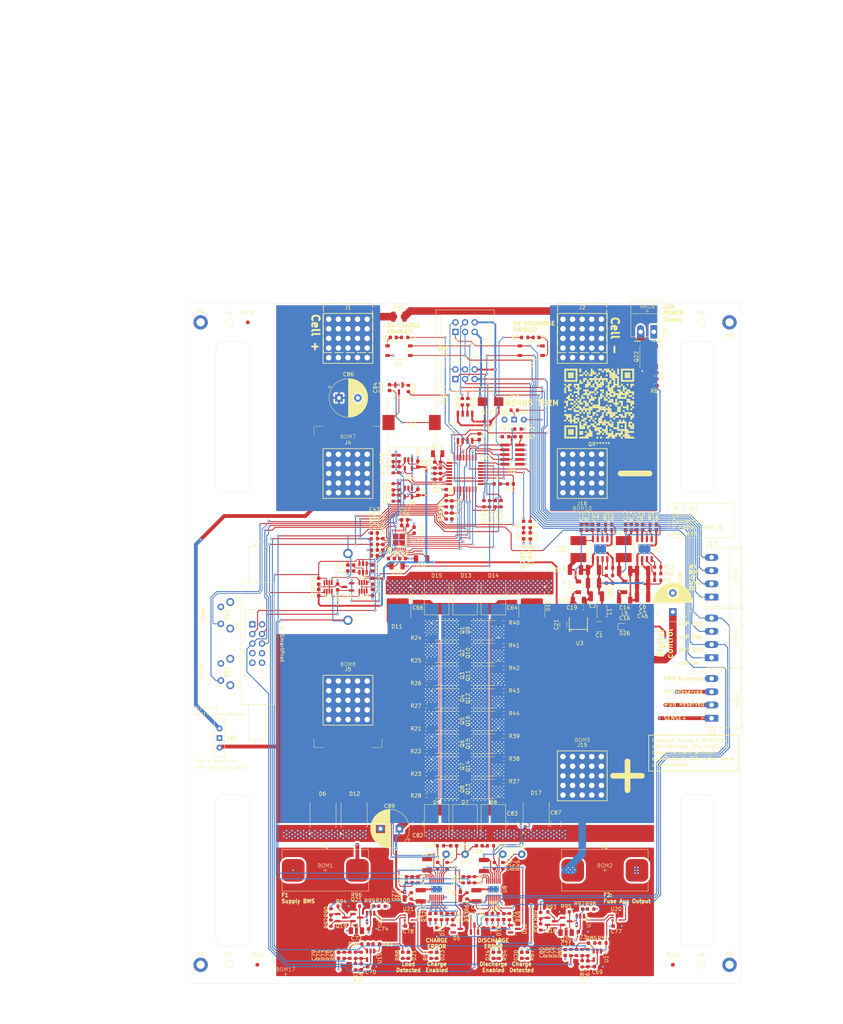
<source format=kicad_pcb>
(kicad_pcb
	(version 20241229)
	(generator "pcbnew")
	(generator_version "9.0")
	(general
		(thickness 1.74)
		(legacy_teardrops no)
	)
	(paper "A3" portrait)
	(layers
		(0 "F.Cu" signal)
		(4 "In1.Cu" signal)
		(6 "In2.Cu" signal)
		(8 "In3.Cu" signal)
		(10 "In4.Cu" signal)
		(2 "B.Cu" signal)
		(9 "F.Adhes" user "F.Adhesive")
		(11 "B.Adhes" user "B.Adhesive")
		(13 "F.Paste" user)
		(15 "B.Paste" user)
		(5 "F.SilkS" user "F.Silkscreen")
		(7 "B.SilkS" user "B.Silkscreen")
		(1 "F.Mask" user)
		(3 "B.Mask" user)
		(17 "Dwgs.User" user "User.Drawings")
		(19 "Cmts.User" user "User.Comments")
		(21 "Eco1.User" user "User.Eco1")
		(23 "Eco2.User" user "User.Eco2")
		(25 "Edge.Cuts" user)
		(27 "Margin" user)
		(31 "F.CrtYd" user "F.Courtyard")
		(29 "B.CrtYd" user "B.Courtyard")
		(35 "F.Fab" user)
		(33 "B.Fab" user)
		(39 "User.1" user)
		(41 "User.2" user "User.2 -Bemaßung")
		(43 "User.3" user "User.3 - Heatsink")
		(45 "User.4" user)
		(47 "User.5" user)
		(49 "User.6" user)
		(51 "User.7" user)
		(53 "User.8" user)
		(55 "User.9" user)
	)
	(setup
		(stackup
			(layer "F.SilkS"
				(type "Top Silk Screen")
			)
			(layer "F.Paste"
				(type "Top Solder Paste")
			)
			(layer "F.Mask"
				(type "Top Solder Mask")
				(color "Red")
				(thickness 0.01)
			)
			(layer "F.Cu"
				(type "copper")
				(thickness 0.07)
			)
			(layer "dielectric 1"
				(type "prepreg")
				(thickness 0.1)
				(material "FR4")
				(epsilon_r 4.5)
				(loss_tangent 0.02)
			)
			(layer "In1.Cu"
				(type "copper")
				(thickness 0.07)
			)
			(layer "dielectric 2"
				(type "core")
				(thickness 0.535)
				(material "FR4")
				(epsilon_r 4.5)
				(loss_tangent 0.02)
			)
			(layer "In2.Cu"
				(type "copper")
				(thickness 0.07)
			)
			(layer "dielectric 3"
				(type "prepreg")
				(thickness 0.1)
				(material "FR4")
				(epsilon_r 4.5)
				(loss_tangent 0.02)
			)
			(layer "In3.Cu"
				(type "copper")
				(thickness 0.035)
			)
			(layer "dielectric 4"
				(type "core")
				(thickness 0.535)
				(material "FR4")
				(epsilon_r 4.5)
				(loss_tangent 0.02)
			)
			(layer "In4.Cu"
				(type "copper")
				(thickness 0.035)
			)
			(layer "dielectric 5"
				(type "prepreg")
				(thickness 0.1)
				(material "FR4")
				(epsilon_r 4.5)
				(loss_tangent 0.02)
			)
			(layer "B.Cu"
				(type "copper")
				(thickness 0.07)
			)
			(layer "B.Mask"
				(type "Bottom Solder Mask")
				(thickness 0.01)
			)
			(layer "B.Paste"
				(type "Bottom Solder Paste")
			)
			(layer "B.SilkS"
				(type "Bottom Silk Screen")
			)
			(copper_finish "None")
			(dielectric_constraints no)
		)
		(pad_to_mask_clearance 0)
		(allow_soldermask_bridges_in_footprints no)
		(tenting front back)
		(aux_axis_origin 100 120)
		(grid_origin 173 120)
		(pcbplotparams
			(layerselection 0x00000000_00000000_55555555_5755f5ff)
			(plot_on_all_layers_selection 0x00000000_00000000_00000000_00000000)
			(disableapertmacros no)
			(usegerberextensions no)
			(usegerberattributes yes)
			(usegerberadvancedattributes yes)
			(creategerberjobfile yes)
			(dashed_line_dash_ratio 12.000000)
			(dashed_line_gap_ratio 3.000000)
			(svgprecision 4)
			(plotframeref no)
			(mode 1)
			(useauxorigin no)
			(hpglpennumber 1)
			(hpglpenspeed 20)
			(hpglpendiameter 15.000000)
			(pdf_front_fp_property_popups yes)
			(pdf_back_fp_property_popups yes)
			(pdf_metadata yes)
			(pdf_single_document no)
			(dxfpolygonmode yes)
			(dxfimperialunits yes)
			(dxfusepcbnewfont yes)
			(psnegative no)
			(psa4output no)
			(plot_black_and_white yes)
			(plotinvisibletext no)
			(sketchpadsonfab no)
			(plotpadnumbers no)
			(hidednponfab no)
			(sketchdnponfab yes)
			(crossoutdnponfab yes)
			(subtractmaskfromsilk no)
			(outputformat 1)
			(mirror no)
			(drillshape 1)
			(scaleselection 1)
			(outputdirectory "")
		)
	)
	(net 0 "")
	(net 1 "Net-(D1-K)")
	(net 2 "GND")
	(net 3 "Net-(D2-K)")
	(net 4 "VCC")
	(net 5 "Net-(D1-A)")
	(net 6 "BAT+CONTROLED")
	(net 7 "Net-(C10-Pad1)")
	(net 8 "5V5")
	(net 9 "Net-(U3-SS)")
	(net 10 "5V0")
	(net 11 "VREF")
	(net 12 "/ps/in")
	(net 13 "Net-(J3-2)")
	(net 14 "/greenMeter/ISENSE_FAST+")
	(net 15 "/greenMeter/ISENSE_PREZ+")
	(net 16 "/greenMeter/ISENSE_PREZ-")
	(net 17 "Net-(Q4-G)")
	(net 18 "/greenMeter/ISENSE_FAST-")
	(net 19 "Net-(Q5-G)")
	(net 20 "Net-(Q6-G)")
	(net 21 "Net-(Q7-G)")
	(net 22 "Net-(Q8-G)")
	(net 23 "Net-(U18-+IN)")
	(net 24 "Net-(D4-A)")
	(net 25 "Net-(J3-1)")
	(net 26 "/greenMeter/RS485_D")
	(net 27 "Net-(U19-+IN)")
	(net 28 "Net-(U22-CAPN)")
	(net 29 "/greenMeter/RS485_R")
	(net 30 "/greenMeter/SPI1_MOSI")
	(net 31 "/greenMeter/ADC_START")
	(net 32 "/greenMeter/SPI1_MISO")
	(net 33 "/greenMeter/ADC_DRDY")
	(net 34 "/greenMeter/ADC_RESET")
	(net 35 "/greenMeter/ADC_CS")
	(net 36 "/greenMeter/SPI1_SCK")
	(net 37 "/OVP_IN")
	(net 38 "/chargeControl/SNS+")
	(net 39 "/chargeControl/SNS-")
	(net 40 "/LVP_IN")
	(net 41 "/OVP_OUT")
	(net 42 "/LVP_OUT")
	(net 43 "Net-(Q1-G)")
	(net 44 "Net-(Q2-G)")
	(net 45 "Net-(Q3-G)")
	(net 46 "/greenMeter/CHARGE_ENABLED")
	(net 47 "/greenMeter/DISCHARGE_ENABLED")
	(net 48 "/greenMeter/AUX_EN")
	(net 49 "/greenMeter/ISENSE+")
	(net 50 "/greenMeter/ISENSE-")
	(net 51 "/greenMeter/SWCLK")
	(net 52 "/switchControl/CHG_DETECTED")
	(net 53 "Net-(U16--)")
	(net 54 "/switchControl/LOAD_DETECTED")
	(net 55 "unconnected-(J7-Pin_7-Pad7)")
	(net 56 "/greenMeter/USENSE_SHUNT_BUF")
	(net 57 "/greenMeter/USENSE+_BUF")
	(net 58 "/greenMeter/SWDIO")
	(net 59 "/CHARGE_CONTROL")
	(net 60 "Net-(Q22-G)")
	(net 61 "Net-(U12-PA10{slash}NC)")
	(net 62 "Net-(Q13-G)")
	(net 63 "Net-(Q14-G)")
	(net 64 "Net-(Q15-G)")
	(net 65 "Net-(Q16-G)")
	(net 66 "/BUS_+5V")
	(net 67 "Net-(U4-VIN)")
	(net 68 "Net-(U4-BST)")
	(net 69 "Net-(U4-SW)")
	(net 70 "Net-(U5-SW)")
	(net 71 "Net-(U5-BST)")
	(net 72 "Net-(C11-Pad1)")
	(net 73 "Net-(U4-FB)")
	(net 74 "Net-(U5-FB)")
	(net 75 "Net-(C11-Pad2)")
	(net 76 "Net-(C12-Pad2)")
	(net 77 "Net-(U6-FILTER)")
	(net 78 "Net-(U7-SNS-)")
	(net 79 "Net-(C23-Pad1)")
	(net 80 "Net-(U7-TIMER)")
	(net 81 "Net-(U8-SNS-)")
	(net 82 "Net-(U8-TIMER)")
	(net 83 "Net-(U22-CAPP)")
	(net 84 "Net-(U12-PC14)")
	(net 85 "Net-(U12-PC15)")
	(net 86 "Net-(U12-PC6)")
	(net 87 "Net-(Q20-C)")
	(net 88 "Net-(Q21-C)")
	(net 89 "Net-(D2-A)")
	(net 90 "Net-(D3-A)")
	(net 91 "/BUS_GND")
	(net 92 "/BUS_B")
	(net 93 "Net-(D10-K)")
	(net 94 "Net-(D16-K)")
	(net 95 "Net-(D20-A)")
	(net 96 "Net-(D21-A)")
	(net 97 "/BUS_A")
	(net 98 "/chargeControl/vcc_int")
	(net 99 "/dischargeControl/vcc_int")
	(net 100 "unconnected-(D5-NC-Pad2)")
	(net 101 "unconnected-(D22-NC-Pad2)")
	(net 102 "Net-(Q9-G)")
	(net 103 "Net-(Q10-G)")
	(net 104 "Net-(Q11-G)")
	(net 105 "Net-(Q12-G)")
	(net 106 "Net-(U4-EN{slash}UVLO)")
	(net 107 "Net-(U5-EN{slash}UVLO)")
	(net 108 "Net-(U4-RON)")
	(net 109 "Net-(U5-RON)")
	(net 110 "Net-(U7-TGDN)")
	(net 111 "Net-(U7-ISET)")
	(net 112 "Net-(U7-TGUP)")
	(net 113 "Net-(U7-VCCUV)")
	(net 114 "Net-(U8-TGDN)")
	(net 115 "Net-(U8-ISET)")
	(net 116 "Net-(U8-TGUP)")
	(net 117 "Net-(U8-VCCUV)")
	(net 118 "Net-(U15-+)")
	(net 119 "Net-(U14-+)")
	(net 120 "Net-(U14--)")
	(net 121 "Net-(Q18-B)")
	(net 122 "Net-(Q19-B)")
	(net 123 "Net-(Q18-C)")
	(net 124 "Net-(Q19-C)")
	(net 125 "Net-(U17--)")
	(net 126 "Net-(U7-IMON)")
	(net 127 "Net-(U8-IMON)")
	(net 128 "Net-(U11-V_{OUT})")
	(net 129 "Net-(U16-Pad1)")
	(net 130 "Net-(U17-Pad1)")
	(net 131 "/LOAD_CONTROL")
	(net 132 "/chargeControl/SWITCH_OUT")
	(net 133 "/chargeControl/SWITCH_IN")
	(net 134 "/chargeControl/BST")
	(net 135 "/dischargeControl/BST")
	(net 136 "/U_SENSE+")
	(net 137 "/greenMeter/LVP_SENSE_DIV")
	(net 138 "/greenMeter/OVP_SENSE_DIV")
	(net 139 "Net-(D23-A)")
	(net 140 "Net-(D24-A)")
	(net 141 "/B+Terminal")
	(net 142 "Net-(SW3-B)")
	(net 143 "Net-(BZ1--)")
	(net 144 "/greenMeter/Buzzer")
	(net 145 "/chargeControl/~{Fault}")
	(net 146 "R2{slash}COM")
	(net 147 "Net-(Q23-B)")
	(net 148 "/dischargeControl/~{Fault}")
	(net 149 "Net-(U15--)")
	(net 150 "Net-(U22-REFOUT)")
	(net 151 "Net-(U22-BYPASS)")
	(net 152 "Net-(U13-A)")
	(net 153 "Net-(U13-B)")
	(net 154 "unconnected-(U22-NC-7-Pad25)")
	(net 155 "unconnected-(U22-NC-6-Pad24)")
	(net 156 "unconnected-(U22-NC-8-Pad26)")
	(net 157 "unconnected-(U22-NC-3-Pad21)")
	(net 158 "unconnected-(U22-NC-4-Pad22)")
	(net 159 "unconnected-(U22-NC-9-Pad27)")
	(net 160 "unconnected-(U22-NC-2-Pad20)")
	(net 161 "unconnected-(U22-NC-1-Pad19)")
	(net 162 "unconnected-(U22-NC-5-Pad23)")
	(net 163 "Net-(C28-Pad1)")
	(net 164 "unconnected-(H1-Pad1)")
	(net 165 "unconnected-(H3-Pad1)")
	(net 166 "unconnected-(H5-Pad1)")
	(net 167 "unconnected-(H9-Pad1)")
	(net 168 "Net-(R55-Pad2)")
	(net 169 "Net-(R62-Pad2)")
	(net 170 "~{OC_FAULT}")
	(net 171 "Net-(SW4-B)")
	(net 172 "unconnected-(SW4-A-Pad3)")
	(net 173 "Net-(D26-K)")
	(net 174 "Net-(D27-K)")
	(net 175 "Net-(D28-K)")
	(net 176 "/p_good")
	(net 177 "Net-(U7-VIN)")
	(net 178 "Net-(U8-VIN)")
	(footprint "Connector_Pin:Pin_D1.0mm_L10.0mm" (layer "F.Cu") (at 168 265.75))
	(footprint "Resistor_SMD:R_0603_1608Metric" (layer "F.Cu") (at 195.75 281 180))
	(footprint "Connector_PinHeader_1.27mm:PinHeader_2x05_P1.27mm_Vertical_SMD" (layer "F.Cu") (at 185.5 160 180))
	(footprint "Capacitor_SMD:C_1210_3225Metric" (layer "F.Cu") (at 163 268.525 -90))
	(footprint "Resistor_SMD:R_0603_1608Metric" (layer "F.Cu") (at 145.5 292.5 90))
	(footprint "Resistor_SMD:R_0603_1608Metric" (layer "F.Cu") (at 155.5 168.5 -90))
	(footprint "Resistor_SMD:R_0603_1608Metric" (layer "F.Cu") (at 168 173 90))
	(footprint "Resistor_SMD:R_0603_1608Metric" (layer "F.Cu") (at 203.25 280.25))
	(footprint "Capacitor_SMD:C_0603_1608Metric" (layer "F.Cu") (at 168 170 -90))
	(footprint "Resistor_SMD:R_0603_1608Metric" (layer "F.Cu") (at 223.045 141.79))
	(footprint "Resistor_SMD:R_0603_1608Metric" (layer "F.Cu") (at 183.25 246.5 180))
	(footprint "myConnector:IDC-Header_2x05_P2.54mm_Latch9.5mm_Vertical" (layer "F.Cu") (at 116.71 204.92))
	(footprint "Capacitor_SMD:C_0603_1608Metric" (layer "F.Cu") (at 165 162.75 90))
	(footprint "Resistor_SMD:R_0603_1608Metric" (layer "F.Cu") (at 149 182.25))
	(footprint "Package_TO_SOT_SMD:TO-252-2" (layer "F.Cu") (at 190.6775 200 -90))
	(footprint "Capacitor_SMD:C_0603_1608Metric" (layer "F.Cu") (at 153.5 187.5))
	(footprint "Resistor_SMD:R_0603_1608Metric" (layer "F.Cu") (at 144 295.5 90))
	(footprint "Capacitor_SMD:C_0603_1608Metric" (layer "F.Cu") (at 179 151.25 180))
	(footprint "Package_SO:SOIC-8_5.3x5.3mm_P1.27mm" (layer "F.Cu") (at 173 152.75 90))
	(footprint "Resistor_SMD:R_0603_1608Metric" (layer "F.Cu") (at 182.5 173 90))
	(footprint "LED_SMD:LED_0603_1608Metric" (layer "F.Cu") (at 180.5 286 -90))
	(footprint "Resistor_SMD:R_0603_1608Metric" (layer "F.Cu") (at 199.75 281))
	(footprint "Capacitor_SMD:C_0603_1608Metric" (layer "F.Cu") (at 149 186.75 180))
	(footprint "Package_SO:PowerPAK_SO-8_Single" (layer "F.Cu") (at 168 242.5))
	(footprint "Capacitor_SMD:C_0603_1608Metric" (layer "F.Cu") (at 213 284.75 180))
	(footprint "LED_SMD:LED_0603_1608Metric" (layer "F.Cu") (at 180.5 292.5 -90))
	(footprint "myDiode:SODFL2512X73N" (layer "F.Cu") (at 215.25 205.5))
	(footprint "Package_TO_SOT_SMD:SOT-23"
		(layer "F.Cu")
		(uuid "1db93de7-e106-4232-a8bc-110e2601a165")
		(at 199.75 283.5)
		(descr "SOT, 3 Pin (JEDEC TO-236 Var AB https://www.jedec.org/document_search?search_api_views_fulltext=TO-236), generated with kicad-footprint-generator ipc_gullwing_generator.py")
		(tags "SOT TO_SOT_SMD")
		(property "Reference" "Q20"
			(at 0 4.75 0)
			(layer "F.SilkS")
			(uuid "9e757231-4a92-48bb-9ce8-a4d04b3a5e14")
			(effects
				(font
					(size 1 1)
					(thickness 0.15)
				)
			)
		)
		(property "Value" "BC846B"
			(at 0 2.4 0)
			(layer "F.Fab")
			(uuid "a4d22237-ecef-4654-86c0-7cc57cbf39c6")
			(effects
				(font
					(size 1 1)
					(thickness 0.15)
				)
			)
		)
		(property "Datasheet" ""
			(at 0 0 0)
			(layer "F.Fab")
			(hide yes)
			(uuid "0a52ec5e-923e-4e92-8669-f414c2e08186")
			(effects
				(font
					(size 1.27 1.27)
					(thickness 0.15)
				)
			)
		)
		(property "Description" "NPN transistor, base/emitter/collector"
			(at 0 0 0)
			(layer "F.Fab")
			(hide yes)
			(uuid "e92b4a16-4ac4-4cba-bd25-e917e0c75c10")
			(effects
				(font
					(size 1.27 1.27)
					(thickness 0.15)
				)
			)
		)
		(property "ECS Art#" "T045"
			(at 0 0 0)
			(unlocked yes)
			(layer "F.Fab")
			(hide yes)
			(uuid "c532a187-4e71-482a-83fb-1eebfe5e59c6")
			(effects
				(font
					(size 1 1)
					(thickness 0.15)
				)
			)
		)
		(property "HAN" "BC846B"
			(at 0 0 0)
			(unlocked yes)
			(layer "F.Fab")
			(hide yes)
			(uuid "6405eb2f-5274-4197-a0a0-b14c97b9db5e")
			(effects
				(font
					(size 1 1)
					(thickness 0.15)
				)
			)
		)
		(property "Voltage" ""
			(at 0 0 0)
			(unlocked yes)
			(layer "F.Fab")
			(hide yes)
			(uuid "889b99bf-e452-461b-8749-38e214b87f15")
			(effects
				(font
					(size 1 1)
					(thickness 0.15)
				)
			)
		)
		(property "Toleranz" ""
			(at 0 0 0)
			(unlocked yes)
			(layer "F.Fab")
			(hide yes)
			(uuid "94e51adb-a283-4844-a109-d3fa224ff458")
			(effects
				(font
					(size 1 1)
					(thickness 0.15)
				)
			)
		)
		(property "Hersteller" "TSC"
			(at 0 0 0)
			(unlocked yes)
			(layer "F.Fab")
			(hide yes)
			(uuid "5e5d7d0e-c671-4942-9ad6-1dee9d172160")
			(effects
				(font
					(size 1 1)
					(thickness 0.15)
				)
			)
		)
		(property "Field-1" ""
			(at 0 0 0)
			(unlocked yes)
			(layer "F.Fab")
			(hide yes)
			(uuid "31190a9a-ae0c-4627-b47c-2c6803313303")
			(effects
				(font
					(size 1 1)
					(thickness 0.15)
				)
			)
		)
		(property "Sim.Device" ""
			(at 0 0 0)
			(unlocked yes)
			(layer "F.Fab")
			(hide yes)
			(uuid "9e286e7b-21fc-4f61-9d6c-aa233cb7d2be")
			(effects
				(font
					(size 1 1)
					(thickness 0.15)
				)
			)
		)
		(property "Sim.Pins" ""
			(at 0 0 0)
			(unlocked yes)
			(layer "F.Fab")
			(hide yes)
			(uuid "23dbbab5-d61b-459e-b820-911e0f37731f")
			(effects
				(font
					(size 1 1)
					(thickness 0.15)
				)
			)
		)
		(path "/81d06683-0ac5-4428-9aba-04cf8d65750e/352163b4-5867-46ae-bbb6-c33e4a634093")
		(sheetname "/switchControl/")
		(sheetfile "switch_control.kicad_sch")
		(attr smd)
		(fp_line
			(start 0 -1.56)
			(end -0.65 -1.56)
			(stroke
				(width 0.12)
				(type solid)
			)
			(layer "F.SilkS")
			(uuid "5145445e-088f-4815-ac4a-8b93f8111c34")
		)
		(fp_line
			(start 0 -1.56)
			(end 0.65 -1.56)
			(stroke
				(width 0.12)
				(type solid)
			)
			(layer "F.SilkS")
			(uuid "5d530dec-2a75-4c3f-ae2a-79315d1987da")
		)
		(fp_line
			(start 0 1.56)
			(end -0.65 1.56)
			(stroke
				(width 0.12)
				(type solid)
			)
			(layer "F.SilkS")
			(uuid "ee21e81b-5be8-41ef-8d70-e1d46197e981")
		)
		(fp_line
			(start 0 1.56)
			(end 0.65 1.56)
			(stroke
				(width 0.12)
				(type solid)
			)
			(layer "F.SilkS")
			(uuid "4711969c-905f-481f-81a2-c2996f4d6bc0")
		)
		(fp_poly
			(pts
				(xy -1.1625 -1.51) (xy -1.4025 -1.84) (xy -0.9225 -1.84) (xy -1.1625 -1.51)
			)
			(stroke
				(width 0.12)
				(type solid)
			)
			(fill yes)
			(layer "F.SilkS")
			(uuid "1ee5b765-624f-4db3-a190-e60526aa031f")
		)
		(fp_line
			(start -1.92 -1.7)
			(end -1.92 1.7)
			(stroke
				(width 0.05)
				(type solid)
			)
			(layer "F.CrtYd")
			(uuid "662fcda6-c9f8-4231-8ab5-8da4d4cadff8")
		)
		(fp_line
			(start -1.92 1.7)
			(end 1.92 1.7)
			(stroke
				(width 0.05)
				(type solid)
			)
			(layer "F.CrtYd")
			(uuid "165e0ff6-4d3e-4b20-80a2-c35776f391b1")
		)
		(fp_line
			(start 1.92 -1.7)
			(end -1.92 -1.7)
			(stroke
				(width 0.05)
				(type solid)
			)
			(layer "F.CrtYd")
			(uuid "e701a8da-d7de-4f58-9468-03cbe44b289d")
		)
		(fp_line
			(start 1.92 1.7)
			(end 1.92 -1.7)
			(stroke
				(width 0.05)
				(type solid)
			)
			(layer "F.CrtYd")
			(uuid "266d97eb-26ec-4810-b9bd-d8c25c6c7919")
		)
		(fp_line
			(start -0.65 -1.125)
			(end -0.325 -1.45)
			(stroke
				(width 0.1)
				(type solid)
			)
			(layer "F.Fab")
			(uuid "3db1e804-966e-4b62-a5c1-21aad1dfaa85")
		)
		(fp_line
			(start -0.65 1.45)
			(end -0.65 -1.125)
			(stroke
				(width 0.1)
				(type solid)
			)
			(layer "F.Fab")
			(uuid "40e709e6-942a-479f-8d4e-4b8dd01e7eca")
		)
		(fp_line
			(start -0.325 -1.45)
			(end 0.65 -1.45)
			(stroke
				(width 0.1)
				(type solid)
			)
			(layer "F.Fab")
			(uuid "2c4f08c3-3c42-49b8-88a0-6fa6b9a4e70f")
		)
		(fp_line
			(start 0.65 -1.45)
			(end 0.65 1.45)
			(stroke
				(width 0.1)
				(type solid)
			)
			(layer "F.Fab")
			(uuid "a04d5a03-6274-4cd2-b4f4-1b3ab2d093be")
		)
		(fp_line
			(start 0.65 1.45)
			(end -0.65 1.45)
			(stroke
				(width 0.1)
				(type solid)
			)
			(layer "F.Fab")
			(uuid "edc9efd7-e452-4c92-8411-0d2d6d95709d")
		)
		(fp_text user "${REFERENCE}"
			(at 0 0 0)
			(layer "F.Fab")
			(uuid "a1efd3bb-6e6f-4735-b56d-7bf32b021b5f")
			(effects
				(font
					(size 0.32 0.32)
					(thickness 0.05)
				)
			)
		)
		(pad "1" smd roundrect
			(at -0.9375 -0.95)
			(size 1.475 0.6)
			(layers "F.Cu" "F.Mask" "F.Paste")
			(roundrect_rratio 0.25)
			(net 123 "Net-(Q18-C)")
			(pinfunction "B")
			(pintype "input")
			(uuid "d30beea5-2dea-4280-a4e0-d469650898a8")
		)
		(pad "2" smd roundrect
			(at -0.9375 0.95)
			(size 1.475 0.6)
			(layers "F.Cu" "F.Mask" "F.Paste")
			(roundrect_rratio 0.25)
			(net 2 "GND")
			(pinfunction
... [4009100 chars truncated]
</source>
